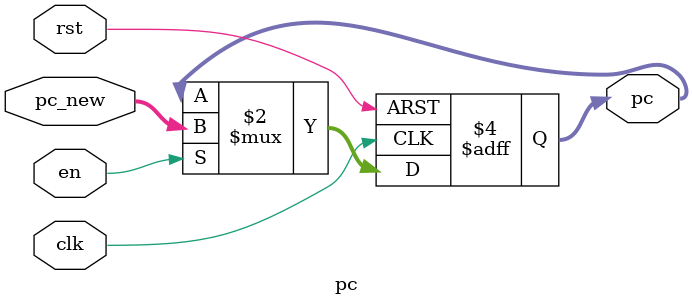
<source format=v>
`timescale 1ns / 1ps

//??????
//？？？？？？？？？？？？？？？？？？？？？？、、就因为这个negedge天呐！！！！！！！！！！！！！！！！！！！！！！！！！！！！
module pc(
    input clk,rst,en,
    input[31:0] pc_new,
    output reg[31:0] pc

    );
    always @(posedge clk or posedge rst) begin //异步的rst很重要    这里是posedge！！！！！！！！！！！！！！！！！！！！！！！！！！
        if (rst) begin pc <= 0; end   //!!!!!!!!非常巧妙最先将pc置为了0，从而后面的可以运转。
        else if(en) 
            begin pc <= pc_new; end
        // else begin
        //     pc <= 32'b0;
        // end  没有这个，否则1c过后pc就变为0了！！！????????????????????????????????????????？？？？？？？？？？？？？？？？？？
        
    end

endmodule

</source>
